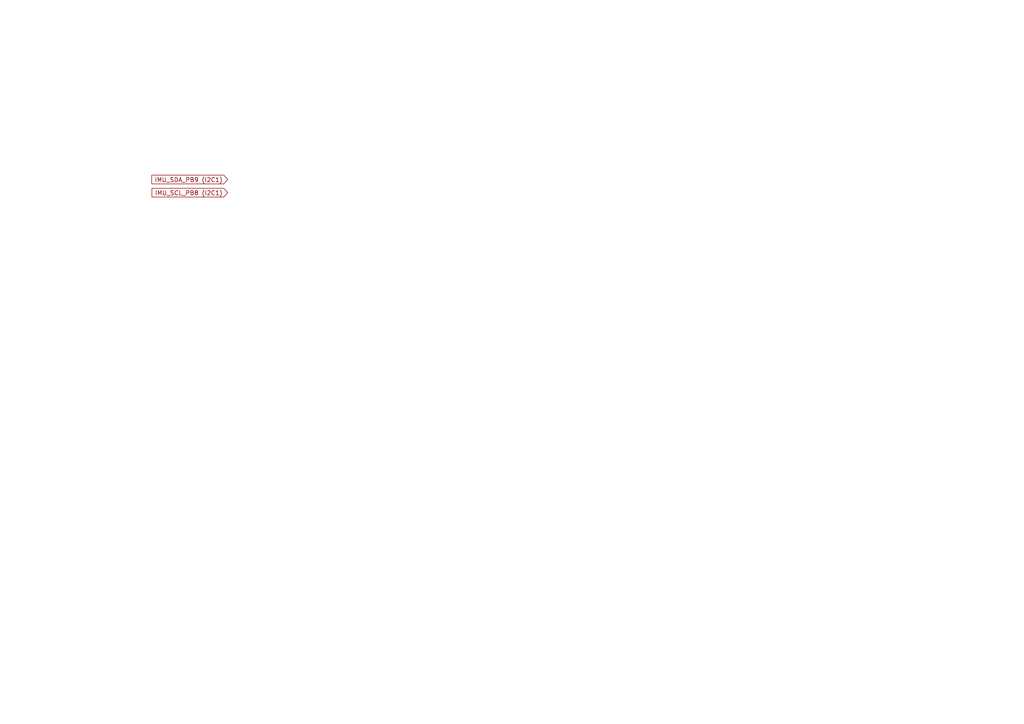
<source format=kicad_sch>
(kicad_sch
	(version 20250114)
	(generator "eeschema")
	(generator_version "9.0")
	(uuid "caf18563-4bc1-4c01-8198-bf8b0fd6d873")
	(paper "A4")
	(lib_symbols)
	(global_label "IMU_SCL_PB8 (I2C1)"
		(shape input)
		(at 66.04 55.88 180)
		(fields_autoplaced yes)
		(effects
			(font
				(size 1.27 1.27)
			)
			(justify right)
		)
		(uuid "c9ebfbc7-f8b0-4bfb-ac66-e02238efd4c7")
		(property "Intersheetrefs" "${INTERSHEET_REFS}"
			(at 43.521 55.88 0)
			(effects
				(font
					(size 1.27 1.27)
				)
				(justify right)
				(hide yes)
			)
		)
	)
	(global_label "IMU_SDA_PB9 (I2C1)"
		(shape input)
		(at 66.04 52.07 180)
		(fields_autoplaced yes)
		(effects
			(font
				(size 1.27 1.27)
			)
			(justify right)
		)
		(uuid "f6571d40-9892-4a41-b630-c9697fcdb31f")
		(property "Intersheetrefs" "${INTERSHEET_REFS}"
			(at 43.4605 52.07 0)
			(effects
				(font
					(size 1.27 1.27)
				)
				(justify right)
				(hide yes)
			)
		)
	)
)

</source>
